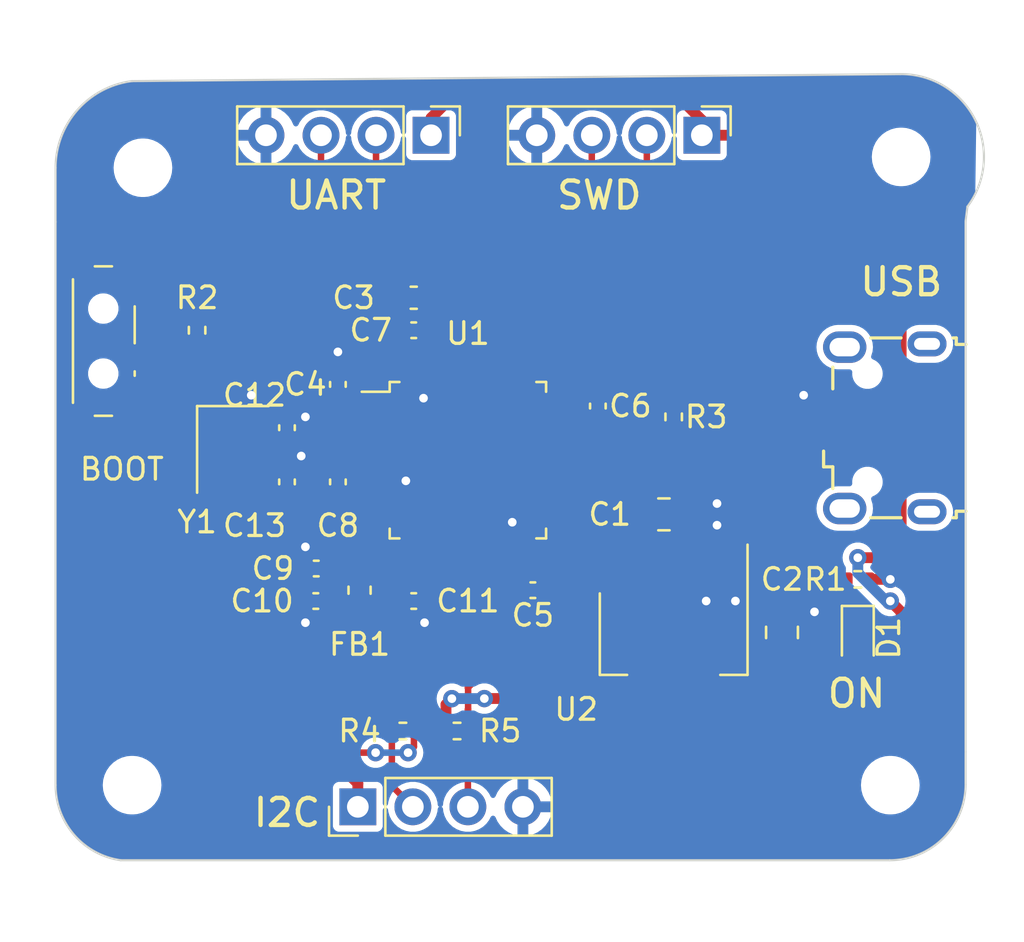
<source format=kicad_pcb>
(kicad_pcb (version 20221018) (generator pcbnew)
  (layers (0 "F.Cu" signal) (31 "B.Cu" power) (34 "B.Paste" user) (35 "F.Paste" user) (36 "B.SilkS" user "B.Silkscreen") (37 "F.SilkS" user "F.Silkscreen") (38 "B.Mask" user) (39 "F.Mask" user) (44 "Edge.Cuts" user))
  (net 0 "")
  (net 1 "VBUS")
  (net 2 "GND")
  (net 3 "+3.3V")
  (net 4 "+3.3VA")
  (net 5 "/NRST")
  (net 6 "/HSE_IN")
  (net 7 "/HSE_OUT")
  (net 8 "/PWR_LED_K")
  (net 9 "/USB_D-")
  (net 10 "/USB_D+")
  (net 13 "/SWDIO")
  (net 14 "/SWCLK")
  (net 15 "/USART1_TX")
  (net 16 "/USART1_RX")
  (net 17 "/I2C2_SCL")
  (net 18 "/I2C2_SDA")
  (net 19 "/SW_BOOT0")
  (net 20 "/BOOT0")
  (footprint "Capacitor_SMD:C_0402_1005Metric" (layer "F.Cu") (at 40.5 79)
    (fp_text reference "C11" (at 2.5 0) (layer "F.SilkS"))
    (fp_text value "100n")
    (fp_line (start -0.107836 -0.36) (end 0.107836 -0.36) (stroke (width 0.12)) (layer "F.SilkS"))
    (fp_line (start -0.107836 0.36) (end 0.107836 0.36) (stroke (width 0.12)) (layer "F.SilkS"))
    (pad "1" smd roundrect (at -0.48 0) (size 0.56 0.62) (layers "F.Cu" "F.Paste" "F.Mask") (net 5 "/NRST"))
    (pad "2" smd roundrect (at 0.48 0) (size 0.56 0.62) (layers "F.Cu" "F.Paste" "F.Mask") (net 2 "GND"))
  )
  (footprint "Capacitor_SMD:C_0402_1005Metric" (layer "F.Cu") (at 35.98 79 180)
    (fp_text reference "C10" (at 2.48 0) (layer "F.SilkS"))
    (fp_text value "1u")
    (fp_line (start -0.107836 -0.36) (end 0.107836 -0.36) (stroke (width 0.12)) (layer "F.SilkS"))
    (fp_line (start -0.107836 0.36) (end 0.107836 0.36) (stroke (width 0.12)) (layer "F.SilkS"))
    (pad "1" smd roundrect (at -0.48 0 180) (size 0.56 0.62) (layers "F.Cu" "F.Paste" "F.Mask") (net 3 "+3.3V"))
    (pad "2" smd roundrect (at 0.48 0 180) (size 0.56 0.62) (layers "F.Cu" "F.Paste" "F.Mask") (net 2 "GND"))
  )
  (footprint "Capacitor_SMD:C_0402_1005Metric" (layer "F.Cu") (at 49 70 -90)
    (fp_text reference "C6" (at 0 -1.5 -180) (layer "F.SilkS"))
    (fp_text value "100n")
    (fp_line (start -0.107836 -0.36) (end 0.107836 -0.36) (stroke (width 0.12)) (layer "F.SilkS"))
    (fp_line (start -0.107836 0.36) (end 0.107836 0.36) (stroke (width 0.12)) (layer "F.SilkS"))
    (pad "1" smd roundrect (at -0.48 0 270) (size 0.56 0.62) (layers "F.Cu" "F.Paste" "F.Mask") (net 3 "+3.3V"))
    (pad "2" smd roundrect (at 0.48 0 270) (size 0.56 0.62) (layers "F.Cu" "F.Paste" "F.Mask") (net 2 "GND"))
  )
  (footprint "Connector_PinHeader_2.54mm:PinHeader_1x04_P2.54mm_Vertical" (layer "F.Cu") (at 41.3 57.5 -90)
    (fp_text reference "J3")
    (fp_text value "Conn_01x04_Pin")
    (fp_line (start -1.33 -1.33) (end 0 -1.33) (stroke (width 0.12)) (layer "F.SilkS"))
    (fp_line (start -1.33 0) (end -1.33 -1.33) (stroke (width 0.12)) (layer "F.SilkS"))
    (fp_line (start -1.33 1.27) (end -1.33 8.95) (stroke (width 0.12)) (layer "F.SilkS"))
    (fp_line (start -1.33 1.27) (end 1.33 1.27) (stroke (width 0.12)) (layer "F.SilkS"))
    (fp_line (start -1.33 8.95) (end 1.33 8.95) (stroke (width 0.12)) (layer "F.SilkS"))
    (fp_line (start 1.33 1.27) (end 1.33 8.95) (stroke (width 0.12)) (layer "F.SilkS"))
    (pad "1" thru_hole rect (at 0 0 270) (size 1.7 1.7) (drill 1) (layers "*.Cu" "*.Mask") (net 3 "+3.3V"))
    (pad "2" thru_hole oval (at 0 2.54 270) (size 1.7 1.7) (drill 1) (layers "*.Cu" "*.Mask") (net 15 "/USART1_TX"))
    (pad "3" thru_hole oval (at 0 5.08 270) (size 1.7 1.7) (drill 1) (layers "*.Cu" "*.Mask") (net 16 "/USART1_RX"))
    (pad "4" thru_hole oval (at 0 7.62 270) (size 1.7 1.7) (drill 1) (layers "*.Cu" "*.Mask") (net 2 "GND"))
  )
  (footprint "Capacitor_SMD:C_0402_1005Metric" (layer "F.Cu") (at 37 69 90)
    (fp_text reference "C4" (at 0 -1.5 180) (layer "F.SilkS"))
    (fp_text value "100n")
    (fp_line (start -0.107836 -0.36) (end 0.107836 -0.36) (stroke (width 0.12)) (layer "F.SilkS"))
    (fp_line (start -0.107836 0.36) (end 0.107836 0.36) (stroke (width 0.12)) (layer "F.SilkS"))
    (pad "1" smd roundrect (at -0.48 0 90) (size 0.56 0.62) (layers "F.Cu" "F.Paste" "F.Mask") (net 3 "+3.3V"))
    (pad "2" smd roundrect (at 0.48 0 90) (size 0.56 0.62) (layers "F.Cu" "F.Paste" "F.Mask") (net 2 "GND"))
  )
  (footprint "Capacitor_SMD:C_0805_2012Metric" (layer "F.Cu") (at 57.5 80.45 90)
    (fp_text reference "C2" (at 2.45 0 180) (layer "F.SilkS"))
    (fp_text value "22u")
    (fp_line (start -0.261252 -0.735) (end 0.261252 -0.735) (stroke (width 0.12)) (layer "F.SilkS"))
    (fp_line (start -0.261252 0.735) (end 0.261252 0.735) (stroke (width 0.12)) (layer "F.SilkS"))
    (pad "1" smd roundrect (at -0.95 0 90) (size 1 1.45) (layers "F.Cu" "F.Paste" "F.Mask") (net 3 "+3.3V"))
    (pad "2" smd roundrect (at 0.95 0 90) (size 1 1.45) (layers "F.Cu" "F.Paste" "F.Mask") (net 2 "GND"))
  )
  (footprint "Button_Switch_SMD:SW_SPDT_PCM12" (layer "F.Cu") (at 26.5 67 -90)
    (fp_text reference "SW1")
    (fp_text value "SW_SPDT")
    (fp_line (start -3.45 -0.07) (end -3.45 0.72) (stroke (width 0.12)) (layer "F.SilkS"))
    (fp_line (start -2.85 1.73) (end 2.85 1.73) (stroke (width 0.12)) (layer "F.SilkS"))
    (fp_line (start -1.6 -1.12) (end 0.1 -1.12) (stroke (width 0.12)) (layer "F.SilkS"))
    (fp_line (start 1.4 -1.12) (end 1.6 -1.12) (stroke (width 0.12)) (layer "F.SilkS"))
    (fp_line (start 3.45 0.72) (end 3.45 -0.07) (stroke (width 0.12)) (layer "F.SilkS"))
    (pad "" smd rect (at -3.65 -0.78 270) (size 1 0.8) (layers "F.Cu" "F.Paste" "F.Mask"))
    (pad "" smd rect (at -3.65 1.43 270) (size 1 0.8) (layers "F.Cu" "F.Paste" "F.Mask"))
    (pad "" np_thru_hole circle (at -1.5 0.33 270) (size 0.9 0.9) (drill 0.9) (layers "*.Cu" "*.Mask"))
    (pad "" np_thru_hole circle (at 1.5 0.33 270) (size 0.9 0.9) (drill 0.9) (layers "*.Cu" "*.Mask"))
    (pad "" smd rect (at 3.65 -0.78 270) (size 1 0.8) (layers "F.Cu" "F.Paste" "F.Mask"))
    (pad "" smd rect (at 3.65 1.43 270) (size 1 0.8) (layers "F.Cu" "F.Paste" "F.Mask"))
    (pad "1" smd rect (at -2.25 -1.43 270) (size 0.7 1.5) (layers "F.Cu" "F.Paste" "F.Mask") (net 2 "GND"))
    (pad "2" smd rect (at 0.75 -1.43 270) (size 0.7 1.5) (layers "F.Cu" "F.Paste" "F.Mask") (net 19 "/SW_BOOT0"))
    (pad "3" smd rect (at 2.25 -1.43 270) (size 0.7 1.5) (layers "F.Cu" "F.Paste" "F.Mask") (net 3 "+3.3V"))
  )
  (footprint "Capacitor_SMD:C_0402_1005Metric" (layer "F.Cu") (at 46 78.5 180)
    (fp_text reference "C5" (at 0 -1.16) (layer "F.SilkS"))
    (fp_text value "100n")
    (fp_line (start -0.107836 -0.36) (end 0.107836 -0.36) (stroke (width 0.12)) (layer "F.SilkS"))
    (fp_line (start -0.107836 0.36) (end 0.107836 0.36) (stroke (width 0.12)) (layer "F.SilkS"))
    (pad "1" smd roundrect (at -0.48 0 180) (size 0.56 0.62) (layers "F.Cu" "F.Paste" "F.Mask") (net 3 "+3.3V"))
    (pad "2" smd roundrect (at 0.48 0 180) (size 0.56 0.62) (layers "F.Cu" "F.Paste" "F.Mask") (net 2 "GND"))
  )
  (footprint "Capacitor_SMD:C_0603_1608Metric" (layer "F.Cu") (at 40.5 65)
    (fp_text reference "C3" (at -2.775 0) (layer "F.SilkS"))
    (fp_text value "10u")
    (fp_line (start -0.14058 -0.51) (end 0.14058 -0.51) (stroke (width 0.12)) (layer "F.SilkS"))
    (fp_line (start -0.14058 0.51) (end 0.14058 0.51) (stroke (width 0.12)) (layer "F.SilkS"))
    (pad "1" smd roundrect (at -0.775 0) (size 0.9 0.95) (layers "F.Cu" "F.Paste" "F.Mask") (net 3 "+3.3V"))
    (pad "2" smd roundrect (at 0.775 0) (size 0.9 0.95) (layers "F.Cu" "F.Paste" "F.Mask") (net 2 "GND"))
  )
  (footprint "Connector_USB:USB_Micro-B_Wuerth_629105150521" (layer "F.Cu") (at 62.245 71.005 90)
    (fp_text reference "J1")
    (fp_text value "USB_B_Micro")
    (fp_line (start -4.15 -0.65) (end -4.15 0.75) (stroke (width 0.15)) (layer "F.SilkS"))
    (fp_line (start -4.15 3.15) (end -4.15 3.3) (stroke (width 0.15)) (layer "F.SilkS"))
    (fp_line (start -4.15 3.3) (end -3.85 3.3) (stroke (width 0.15)) (layer "F.SilkS"))
    (fp_line (start -3.85 3.3) (end -3.85 3.75) (stroke (width 0.15)) (layer "F.SilkS"))
    (fp_line (start -1.8 -2.825) (end -1.8 -2.4) (stroke (width 0.15)) (layer "F.SilkS"))
    (fp_line (start -1.8 -2.4) (end -2.8 -2.4) (stroke (width 0.15)) (layer "F.SilkS"))
    (fp_line (start -1.075 -2.825) (end -1.8 -2.825) (stroke (width 0.15)) (layer "F.SilkS"))
    (fp_line (start 1.8 -2.4) (end 2.8 -2.4) (stroke (width 0.15)) (layer "F.SilkS"))
    (fp_line (start 3.85 3.3) (end 4.15 3.3) (stroke (width 0.15)) (layer "F.SilkS"))
    (fp_line (start 3.85 3.75) (end 3.85 3.3) (stroke (width 0.15)) (layer "F.SilkS"))
    (fp_line (start 4.15 0.75) (end 4.15 -0.65) (stroke (width 0.15)) (layer "F.SilkS"))
    (fp_line (start 4.15 3.3) (end 4.15 3.15) (stroke (width 0.15)) (layer "F.SilkS"))
    (pad "" np_thru_hole oval (at -2.5 -0.8 90) (size 0.8 0.8) (drill 0.8) (layers "*.Cu" "*.Mask"))
    (pad "" np_thru_hole oval (at 2.5 -0.8 90) (size 0.8 0.8) (drill 0.8) (layers "*.Cu" "*.Mask"))
    (pad "1" smd rect (at -1.3 -1.9 90) (size 0.45 1.3) (layers "F.Cu" "F.Paste" "F.Mask") (net 1 "VBUS"))
    (pad "2" smd rect (at -0.65 -1.9 90) (size 0.45 1.3) (layers "F.Cu" "F.Paste" "F.Mask") (net 9 "/USB_D-"))
    (pad "3" smd rect (at 0 -1.9 90) (size 0.45 1.3) (layers "F.Cu" "F.Paste" "F.Mask") (net 10 "/USB_D+"))
    (pad "4" smd rect (at 0.65 -1.9 90) (size 0.45 1.3) (layers "F.Cu" "F.Paste" "F.Mask"))
    (pad "5" smd rect (at 1.3 -1.9 90) (size 0.45 1.3) (layers "F.Cu" "F.Paste" "F.Mask") (net 2 "GND"))
    (pad "6" thru_hole oval (at -3.875 1.95 90) (size 1.15 1.8) (drill oval 0.55 1.2) (layers "*.Cu" "*.Mask"))
    (pad "6" thru_hole oval (at -3.725 -1.85 90) (size 1.45 2) (drill oval 0.85 1.4) (layers "*.Cu" "*.Mask"))
    (pad "6" thru_hole oval (at 3.725 -1.85 90) (size 1.45 2) (drill oval 0.85 1.4) (layers "*.Cu" "*.Mask"))
    (pad "6" thru_hole oval (at 3.875 1.95 90) (size 1.15 1.8) (drill oval 0.55 1.2) (layers "*.Cu" "*.Mask"))
  )
  (footprint "Resistor_SMD:R_0402_1005Metric" (layer "F.Cu") (at 30.5 66.5 90)
    (fp_text reference "R2" (at 1.5 0 180) (layer "F.SilkS"))
    (fp_text value "10k")
    (fp_line (start -0.153641 -0.38) (end 0.153641 -0.38) (stroke (width 0.12)) (layer "F.SilkS"))
    (fp_line (start -0.153641 0.38) (end 0.153641 0.38) (stroke (width 0.12)) (layer "F.SilkS"))
    (pad "1" smd roundrect (at -0.51 0 90) (size 0.54 0.64) (layers "F.Cu" "F.Paste" "F.Mask") (net 19 "/SW_BOOT0"))
    (pad "2" smd roundrect (at 0.51 0 90) (size 0.54 0.64) (layers "F.Cu" "F.Paste" "F.Mask") (net 20 "/BOOT0"))
  )
  (footprint "Capacitor_SMD:C_0402_1005Metric" (layer "F.Cu") (at 34.65 71 90)
    (fp_text reference "C12" (at 1.5 -1.5) (layer "F.SilkS"))
    (fp_text value "10p")
    (fp_line (start -0.107836 -0.36) (end 0.107836 -0.36) (stroke (width 0.12)) (layer "F.SilkS"))
    (fp_line (start -0.107836 0.36) (end 0.107836 0.36) (stroke (width 0.12)) (layer "F.SilkS"))
    (pad "1" smd roundrect (at -0.48 0 90) (size 0.56 0.62) (layers "F.Cu" "F.Paste" "F.Mask") (net 6 "/HSE_IN"))
    (pad "2" smd roundrect (at 0.48 0 90) (size 0.56 0.62) (layers "F.Cu" "F.Paste" "F.Mask") (net 2 "GND"))
  )
  (footprint "LED_SMD:LED_0603_1608Metric" (layer "F.Cu") (at 61 80.7125 -90)
    (fp_text reference "D1" (at 0 -1.43 90) (layer "F.SilkS"))
    (fp_text value "Red")
    (fp_line (start -1.485 -0.735) (end -1.485 0.735) (stroke (width 0.12)) (layer "F.SilkS"))
    (fp_line (start -1.485 0.735) (end 0.8 0.735) (stroke (width 0.12)) (layer "F.SilkS"))
    (fp_line (start 0.8 -0.735) (end -1.485 -0.735) (stroke (width 0.12)) (layer "F.SilkS"))
    (pad "1" smd roundrect (at -0.7875 0 270) (size 0.875 0.95) (layers "F.Cu" "F.Paste" "F.Mask") (net 8 "/PWR_LED_K"))
    (pad "2" smd roundrect (at 0.7875 0 270) (size 0.875 0.95) (layers "F.Cu" "F.Paste" "F.Mask") (net 3 "+3.3V"))
  )
  (footprint "Inductor_SMD:L_0603_1608Metric" (layer "F.Cu") (at 38 78.5 90)
    (fp_text reference "FB1" (at -2.5 0 180) (layer "F.SilkS"))
    (fp_text value "FerriteBead")
    (fp_line (start -0.162779 -0.51) (end 0.162779 -0.51) (stroke (width 0.12)) (layer "F.SilkS"))
    (fp_line (start -0.162779 0.51) (end 0.162779 0.51) (stroke (width 0.12)) (layer "F.SilkS"))
    (pad "1" smd roundrect (at -0.7875 0 90) (size 0.875 0.95) (layers "F.Cu" "F.Paste" "F.Mask") (net 3 "+3.3V"))
    (pad "2" smd roundrect (at 0.7875 0 90) (size 0.875 0.95) (layers "F.Cu" "F.Paste" "F.Mask") (net 4 "+3.3VA"))
  )
  (footprint "Package_QFP:LQFP-48_7x7mm_P0.5mm" (layer "F.Cu") (at 43 72.5)
    (fp_text reference "U1" (at 0 -5.85) (layer "F.SilkS"))
    (fp_text value "STM32F103C8Tx")
    (fp_line (start -3.61 -3.61) (end -3.61 -3.16) (stroke (width 0.12)) (layer "F.SilkS"))
    (fp_line (start -3.61 -3.16) (end -4.9 -3.16) (stroke (width 0.12)) (layer "F.SilkS"))
    (fp_line (start -3.61 3.61) (end -3.61 3.16) (stroke (width 0.12)) (layer "F.SilkS"))
    (fp_line (start -3.16 -3.61) (end -3.61 -3.61) (stroke (width 0.12)) (layer "F.SilkS"))
    (fp_line (start -3.16 3.61) (end -3.61 3.61) (stroke (width 0.12)) (layer "F.SilkS"))
    (fp_line (start 3.16 -3.61) (end 3.61 -3.61) (stroke (width 0.12)) (layer "F.SilkS"))
    (fp_line (start 3.16 3.61) (end 3.61 3.61) (stroke (width 0.12)) (layer "F.SilkS"))
    (fp_line (start 3.61 -3.61) (end 3.61 -3.16) (stroke (width 0.12)) (layer "F.SilkS"))
    (fp_line (start 3.61 3.61) (end 3.61 3.16) (stroke (width 0.12)) (layer "F.SilkS"))
    (pad "1" smd roundrect (at -4.1625 -2.75) (size 1.475 0.3) (layers "F.Cu" "F.Paste" "F.Mask") (net 3 "+3.3V"))
    (pad "2" smd roundrect (at -4.1625 -2.25) (size 1.475 0.3) (layers "F.Cu" "F.Paste" "F.Mask"))
    (pad "3" smd roundrect (at -4.1625 -1.75) (size 1.475 0.3) (layers "F.Cu" "F.Paste" "F.Mask"))
    (pad "4" smd roundrect (at -4.1625 -1.25) (size 1.475 0.3) (layers "F.Cu" "F.Paste" "F.Mask"))
    (pad "5" smd roundrect (at -4.1625 -0.75) (size 1.475 0.3) (layers "F.Cu" "F.Paste" "F.Mask") (net 6 "/HSE_IN"))
    (pad "6" smd roundrect (at -4.1625 -0.25) (size 1.475 0.3) (layers "F.Cu" "F.Paste" "F.Mask") (net 7 "/HSE_OUT"))
    (pad "7" smd roundrect (at -4.1625 0.25) (size 1.475 0.3) (layers "F.Cu" "F.Paste" "F.Mask") (net 5 "/NRST"))
    (pad "8" smd roundrect (at -4.1625 0.75) (size 1.475 0.3) (layers "F.Cu" "F.Paste" "F.Mask") (net 2 "GND"))
    (pad "9" smd roundrect (at -4.1625 1.25) (size 1.475 0.3) (layers "F.Cu" "F.Paste" "F.Mask") (net 4 "+3.3VA"))
    (pad "10" smd roundrect (at -4.1625 1.75) (size 1.475 0.3) (layers "F.Cu" "F.Paste" "F.Mask"))
    (pad "11" smd roundrect (at -4.1625 2.25) (size 1.475 0.3) (layers "F.Cu" "F.Paste" "F.Mask"))
    (pad "12" smd roundrect (at -4.1625 2.75) (size 1.475 0.3) (layers "F.Cu" "F.Paste" "F.Mask"))
    (pad "13" smd roundrect (at -2.75 4.1625) (size 0.3 1.475) (layers "F.Cu" "F.Paste" "F.Mask"))
    (pad "14" smd roundrect (at -2.25 4.1625) (size 0.3 1.475) (layers "F.Cu" "F.Paste" "F.Mask"))
    (pad "15" smd roundrect (at -1.75 4.1625) (size 0.3 1.475) (layers "F.Cu" "F.Paste" "F.Mask"))
    (pad "16" smd roundrect (at -1.25 4.1625) (size 0.3 1.475) (layers "F.Cu" "F.Paste" "F.Mask"))
    (pad "17" smd roundrect (at -0.75 4.1625) (size 0.3 1.475) (layers "F.Cu" "F.Paste" "F.Mask"))
    (pad "18" smd roundrect (at -0.25 4.1625) (size 0.3 1.475) (layers "F.Cu" "F.Paste" "F.Mask"))
    (pad "19" smd roundrect (at 0.25 4.1625) (size 0.3 1.475) (layers "F.Cu" "F.Paste" "F.Mask"))
    (pad "20" smd roundrect (at 0.75 4.1625) (size 0.3 1.475) (layers "F.Cu" "F.Paste" "F.Mask"))
    (pad "21" smd roundrect (at 1.25 4.1625) (size 0.3 1.475) (layers "F.Cu" "F.Paste" "F.Mask") (net 17 "/I2C2_SCL"))
    (pad "22" smd roundrect (at 1.75 4.1625) (size 0.3 1.475) (layers "F.Cu" "F.Paste" "F.Mask") (net 18 "/I2C2_SDA"))
    (pad "23" smd roundrect (at 2.25 4.1625) (size 0.3 1.475) (layers "F.Cu" "F.Paste" "F.Mask") (net 2 "GND"))
    (pad "24" smd roundrect (at 2.75 4.1625) (size 0.3 1.475) (layers "F.Cu" "F.Paste" "F.Mask") (net 3 "+3.3V"))
    (pad "25" smd roundrect (at 4.1625 2.75) (size 1.475 0.3) (layers "F.Cu" "F.Paste" "F.Mask"))
    (pad "26" smd roundrect (at 4.1625 2.25) (size 1.475 0.3) (layers "F.Cu" "F.Paste" "F.Mask"))
    (pad "27" smd roundrect (at 4.1625 1.75) (size 1.475 0.3) (layers "F.Cu" "F.Paste" "F.Mask"))
    (pad "28" smd roundrect (at 4.1625 1.25) (size 1.475 0.3) (layers "F.Cu" "F.Paste" "F.Mask"))
    (pad "29" smd roundrect (at 4.1625 0.75) (size 1.475 0.3) (layers "F.Cu" "F.Paste" "F.Mask"))
    (pad "30" smd roundrect (at 4.1625 0.25) (size 1.475 0.3) (layers "F.Cu" "F.Paste" "F.Mask"))
    (pad "31" smd roundrect (at 4.1625 -0.25) (size 1.475 0.3) (layers "F.Cu" "F.Paste" "F.Mask"))
    (pad "32" smd roundrect (at 4.1625 -0.75) (size 1.475 0.3) (layers "F.Cu" "F.Paste" "F.Mask") (net 9 "/USB_D-"))
    (pad "33" smd roundrect (at 4.1625 -1.25) (size 1.475 0.3) (layers "F.Cu" "F.Paste" "F.Mask") (net 10 "/USB_D+"))
    (pad "34" smd roundrect (at 4.1625 -1.75) (size 1.475 0.3) (layers "F.Cu" "F.Paste" "F.Mask") (net 13 "/SWDIO"))
    (pad "35" smd roundrect (at 4.1625 -2.25) (size 1.475 0.3) (layers "F.Cu" "F.Paste" "F.Mask") (net 2 "GND"))
    (pad "36" smd roundrect (at 4.1625 -2.75) (size 1.475 0.3) (layers "F.Cu" "F.Paste" "F.Mask") (net 3 "+3.3V"))
    (pad "37" smd roundrect (at 2.75 -4.1625) (size 0.3 1.475) (layers "F.Cu" "F.Paste" "F.Mask") (net 14 "/SWCLK"))
    (pad "38" smd roundrect (at 2.25 -4.1625) (size 0.3 1.475) (layers "F.Cu" "F.Paste" "F.Mask"))
    (pad "39" smd roundrect (at 1.75 -4.1625) (size 0.3 1.475) (layers "F.Cu" "F.Paste" "F.Mask"))
    (pad "40" smd roundrect (at 1.25 -4.1625) (size 0.3 1.475) (layers "F.Cu" "F.Paste" "F.Mask"))
    (pad "41" smd roundrect (at 0.75 -4.1625) (size 0.3 1.475) (layers "F.Cu" "F.Paste" "F.Mask"))
    (pad "42" smd roundrect (at 0.25 -4.1625) (size 0.3 1.475) (layers "F.Cu" "F.Paste" "F.Mask") (net 15 "/USART1_TX"))
    (pad "43" smd roundrect (at -0.25 -4.1625) (size 0.3 1.475) (layers "F.Cu" "F.Paste" "F.Mask") (net 16 "/USART1_RX"))
    (pad "44" smd roundrect (at -0.75 -4.1625) (size 0.3 1.475) (layers "F.Cu" "F.Paste" "F.Mask") (net 20 "/BOOT0"))
    (pad "45" smd roundrect (at -1.25 -4.1625) (size 0.3 1.475) (layers "F.Cu" "F.Paste" "F.Mask"))
    (pad "46" smd roundrect (at -1.75 -4.1625) (size 0.3 1.475) (layers "F.Cu" "F.Paste" "F.Mask"))
    (pad "47" smd roundrect (at -2.25 -4.1625) (size 0.3 1.475) (layers "F.Cu" "F.Paste" "F.Mask") (net 2 "GND"))
    (pad "48" smd roundrect (at -2.75 -4.1625) (size 0.3 1.475) (layers "F.Cu" "F.Paste" "F.Mask") (net 3 "+3.3V"))
  )
  (footprint "Resistor_SMD:R_0402_1005Metric" (layer "F.Cu") (at 40 85 180)
    (fp_text reference "R4" (at 2 0) (layer "F.SilkS"))
    (fp_text value "1K5")
    (fp_line (start -0.153641 -0.38) (end 0.153641 -0.38) (stroke (width 0.12)) (layer "F.SilkS"))
    (fp_line (start -0.153641 0.38) (end 0.153641 0.38) (stroke (width 0.12)) (layer "F.SilkS"))
    (pad "1" smd roundrect (at -0.51 0 180) (size 0.54 0.64) (layers "F.Cu" "F.Paste" "F.Mask") (net 3 "+3.3V"))
    (pad "2" smd roundrect (at 0.51 0 180) (size 0.54 0.64) (layers "F.Cu" "F.Paste" "F.Mask") (net 17 "/I2C2_SCL"))
  )
  (footprint "Package_TO_SOT_SMD:SOT-223-3_TabPin2" (layer "F.Cu") (at 52.5 80.5 -90)
    (fp_text reference "U2" (at 3.5 4.5 -180) (layer "F.SilkS"))
    (fp_text value "AMS1117-3.3")
    (fp_line (start -4.1 -3.41) (end 1.91 -3.41) (stroke (width 0.12)) (layer "F.SilkS"))
    (fp_line (start -1.85 3.41) (end 1.91 3.41) (stroke (width 0.12)) (layer "F.SilkS"))
    (fp_line (start 1.91 -3.41) (end 1.91 -2.15) (stroke (width 0.12)) (layer "F.SilkS"))
    (fp_line (start 1.91 3.41) (end 1.91 2.15) (stroke (width 0.12)) (layer "F.SilkS"))
    (pad "1" smd rect (at -3.15 -2.3 270) (size 2 1.5) (layers "F.Cu" "F.Paste" "F.Mask") (net 2 "GND"))
    (pad "2" smd rect (at -3.15 0 270) (size 2 1.5) (layers "F.Cu" "F.Paste" "F.Mask") (net 3 "+3.3V"))
    (pad "2" smd rect (at 3.15 0 270) (size 2 3.8) (layers "F.Cu" "F.Paste" "F.Mask") (net 3 "+3.3V"))
    (pad "3" smd rect (at -3.15 2.3 270) (size 2 1.5) (layers "F.Cu" "F.Paste" "F.Mask") (net 1 "VBUS"))
  )
  (footprint "Resistor_SMD:R_0402_1005Metric" (layer "F.Cu") (at 61 78)
    (fp_text reference "R1" (at -1.5 0 180) (layer "F.SilkS"))
    (fp_text value "1K5")
    (fp_line (start -0.153641 -0.38) (end 0.153641 -0.38) (stroke (width 0.12)) (layer "F.SilkS"))
    (fp_line (start -0.153641 0.38) (end 0.153641 0.38) (stroke (width 0.12)) (layer "F.SilkS"))
    (pad "1" smd roundrect (at -0.51 0) (size 0.54 0.64) (layers "F.Cu" "F.Paste" "F.Mask") (net 8 "/PWR_LED_K"))
    (pad "2" smd roundrect (at 0.51 0) (size 0.54 0.64) (layers "F.Cu" "F.Paste" "F.Mask") (net 2 "GND"))
  )
  (footprint "Capacitor_SMD:C_0402_1005Metric" (layer "F.Cu") (at 37 73.5 90)
    (fp_text reference "C8" (at -2.02 0 180) (layer "F.SilkS"))
    (fp_text value "10n")
    (fp_line (start -0.107836 -0.36) (end 0.107836 -0.36) (stroke (width 0.12)) (layer "F.SilkS"))
    (fp_line (start -0.107836 0.36) (end 0.107836 0.36) (stroke (width 0.12)) (layer "F.SilkS"))
    (pad "1" smd roundrect (at -0.48 0 90) (size 0.56 0.62) (layers "F.Cu" "F.Paste" "F.Mask") (net 4 "+3.3VA"))
    (pad "2" smd roundrect (at 0.48 0 90) (size 0.56 0.62) (layers "F.Cu" "F.Paste" "F.Mask") (net 2 "GND"))
  )
  (footprint "Connector_PinHeader_2.54mm:PinHeader_1x04_P2.54mm_Vertical" (layer "F.Cu") (at 53.8 57.5 -90)
    (fp_text reference "J2")
    (fp_text value "Conn_01x04_Pin")
    (fp_line (start -1.33 -1.33) (end 0 -1.33) (stroke (width 0.12)) (layer "F.SilkS"))
    (fp_line (start -1.33 0) (end -1.33 -1.33) (stroke (width 0.12)) (layer "F.SilkS"))
    (fp_line (start -1.33 1.27) (end -1.33 8.95) (stroke (width 0.12)) (layer "F.SilkS"))
    (fp_line (start -1.33 1.27) (end 1.33 1.27) (stroke (width 0.12)) (layer "F.SilkS"))
    (fp_line (start -1.33 8.95) (end 1.33 8.95) (stroke (width 0.12)) (layer "F.SilkS"))
    (fp_line (start 1.33 1.27) (end 1.33 8.95) (stroke (width 0.12)) (layer "F.SilkS"))
    (pad "1" thru_hole rect (at 0 0 270) (size 1.7 1.7) (drill 1) (layers "*.Cu" "*.Mask") (net 3 "+3.3V"))
    (pad "2" thru_hole oval (at 0 2.54 270) (size 1.7 1.7) (drill 1) (layers "*.Cu" "*.Mask") (net 13 "/SWDIO"))
    (pad "3" thru_hole oval (at 0 5.08 270) (size 1.7 1.7) (drill 1) (layers "*.Cu" "*.Mask") (net 14 "/SWCLK"))
    (pad "4" thru_hole oval (at 0 7.62 270) (size 1.7 1.7) (drill 1) (layers "*.Cu" "*.Mask") (net 2 "GND"))
  )
  (footprint "Crystal:Crystal_SMD_3225-4Pin_3.2x2.5mm" (layer "F.Cu") (at 32.15 72 -90)
    (fp_text reference "Y1" (at 3.35 1.65 -180) (layer "F.SilkS"))
    (fp_text value "16Mhz")
    (fp_line (start -2 -1.65) (end -2 1.65) (stroke (width 0.12)) (layer "F.SilkS"))
    (fp_line (start -2 1.65) (end 2 1.65) (stroke (width 0.12)) (layer "F.SilkS"))
    (pad "1" smd rect (at -1.1 0.85 270) (size 1.4 1.2) (layers "F.Cu" "F.Paste" "F.Mask") (net 6 "/HSE_IN"))
    (pad "2" smd rect (at 1.1 0.85 270) (size 1.4 1.2) (layers "F.Cu" "F.Paste" "F.Mask") (net 2 "GND"))
    (pad "3" smd rect (at 1.1 -0.85 270) (size 1.4 1.2) (layers "F.Cu" "F.Paste" "F.Mask") (net 7 "/HSE_OUT"))
    (pad "4" smd rect (at -1.1 -0.85 270) (size 1.4 1.2) (layers "F.Cu" "F.Paste" "F.Mask") (net 2 "GND"))
  )
  (footprint "MountingHole:MountingHole_2.2mm_M2" (layer "F.Cu") (at 27.5 87.5)
    (fp_text reference "H3")
    (fp_text value "MountingHole")
    (pad "" np_thru_hole circle (at 0 0) (size 2.2 2.2) (drill 2.2) (layers "*.Cu" "*.Mask"))
  )
  (footprint "Resistor_SMD:R_0402_1005Metric" (layer "F.Cu") (at 52.5 70.5 -90)
    (fp_text reference "R3" (at 0 -1.5 -180) (layer "F.SilkS"))
    (fp_text value "1K5")
    (fp_line (start -0.153641 -0.38) (end 0.153641 -0.38) (stroke (width 0.12)) (layer "F.SilkS"))
    (fp_line (start -0.153641 0.38) (end 0.153641 0.38) (stroke (width 0.12)) (layer "F.SilkS"))
    (pad "1" smd roundrect (at -0.51 0 270) (size 0.54 0.64) (layers "F.Cu" "F.Paste" "F.Mask") (net 3 "+3.3V"))
    (pad "2" smd roundrect (at 0.51 0 270) (size 0.54 0.64) (layers "F.Cu" "F.Paste" "F.Mask") (net 10 "/USB_D+"))
  )
  (footprint "Resistor_SMD:R_0402_1005Metric" (layer "F.Cu") (at 42.5 85)
    (fp_text reference "R5" (at 1.99 0) (layer "F.SilkS"))
    (fp_text value "1K5")
    (fp_line (start -0.153641 -0.38) (end 0.153641 -0.38) (stroke (width 0.12)) (layer "F.SilkS"))
    (fp_line (start -0.153641 0.38) (end 0.153641 0.38) (stroke (width 0.12)) (layer "F.SilkS"))
    (pad "1" smd roundrect (at -0.51 0) (size 0.54 0.64) (layers "F.Cu" "F.Paste" "F.Mask") (net 3 "+3.3V"))
    (pad "2" smd roundrect (at 0.51 0) (size 0.54 0.64) (layers "F.Cu" "F.Paste" "F.Mask") (net 18 "/I2C2_SDA"))
  )
  (footprint "Capacitor_SMD:C_0402_1005Metric" (layer "F.Cu") (at 36 77.5 180)
    (fp_text reference "C9" (at 2 0) (layer "F.SilkS"))
    (fp_text value "1u")
    (fp_line (start -0.107836 -0.36) (end 0.107836 -0.36) (stroke (width 0.12)) (layer "F.SilkS"))
    (fp_line (start -0.107836 0.36) (end 0.107836 0.36) (stroke (width 0.12)) (layer "F.SilkS"))
    (pad "1" smd roundrect (at -0.48 0 180) (size 0.56 0.62) (layers "F.Cu" "F.Paste" "F.Mask") (net 4 "+3.3VA"))
    (pad "2" smd roundrect (at 0.48 0 180) (size 0.56 0.62) (layers "F.Cu" "F.Paste" "F.Mask") (net 2 "GND"))
  )
  (footprint "Capacitor_SMD:C_0402_1005Metric" (layer "F.Cu") (at 40.5 66.5)
    (fp_text reference "C7" (at -1.98 0) (layer "F.SilkS"))
    (fp_text value "100n")
    (fp_line (start -0.107836 -0.36) (end 0.107836 -0.36) (stroke (width 0.12)) (layer "F.SilkS"))
    (fp_line (start -0.107836 0.36) (end 0.107836 0.36) (stroke (width 0.12)) (layer "F.SilkS"))
    (pad "1" smd roundrect (at -0.48 0) (size 0.56 0.62) (layers "F.Cu" "F.Paste" "F.Mask") (net 3 "+3.3V"))
    (pad "2" smd roundrect (at 0.48 0) (size 0.56 0.62) (layers "F.Cu" "F.Paste" "F.Mask") (net 2 "GND"))
  )
  (footprint "Connector_PinHeader_2.54mm:PinHeader_1x04_P2.54mm_Vertical" (layer "F.Cu") (at 37.92 88.5 90)
    (fp_text reference "J4")
    (fp_text value "Conn_01x04_Pin")
    (fp_line (start -1.33 -1.33) (end 0 -1.33) (stroke (width 0.12)) (layer "F.SilkS"))
    (fp_line (start -1.33 0) (end -1.33 -1.33) (stroke (width 0.12)) (layer "F.SilkS"))
    (fp_line (start -1.33 1.27) (end -1.33 8.95) (stroke (width 0.12)) (layer "F.SilkS"))
    (fp_line (start -1.33 1.27) (end 1.33 1.27) (stroke (width 0.12)) (layer "F.SilkS"))
    (fp_line (start -1.33 8.95) (end 1.33 8.95) (stroke (width 0.12)) (layer "F.SilkS"))
    (fp_line (start 1.33 1.27) (end 1.33 8.95) (stroke (width 0.12)) (layer "F.SilkS"))
    (pad "1" thru_hole rect (at 0 0 90) (size 1.7 1.7) (drill 1) (layers "*.Cu" "*.Mask") (net 3 "+3.3V"))
    (pad "2" thru_hole oval (at 0 2.54 90) (size 1.7 1.7) (drill 1) (layers "*.Cu" "*.Mask") (net 17 "/I2C2_SCL"))
    (pad "3" thru_hole oval (at 0 5.08 90) (size 1.7 1.7) (drill 1) (layers "*.Cu" "*.Mask") (net 18 "/I2C2_SDA"))
    (pad "4" thru_hole oval (at 0 7.62 90) (size 1.7 1.7) (drill 1) (layers "*.Cu" "*.Mask") (net 2 "GND"))
  )
  (footprint "Capacitor_SMD:C_0402_1005Metric" (layer "F.Cu") (at 34.65 73.5 90)
    (fp_text reference "C13" (at -2.02 -1.5 180) (layer "F.SilkS"))
    (fp_text value "10p")
    (fp_line (start -0.107836 -0.36) (end 0.107836 -0.36) (stroke (width 0.12)) (layer "F.SilkS"))
    (fp_line (start -0.107836 0.36) (end 0.107836 0.36) (stroke (width 0.12)) (layer "F.SilkS"))
    (pad "1" smd roundrect (at -0.48 0 90) (size 0.56 0.62) (layers "F.Cu" "F.Paste" "F.Mask") (net 7 "/HSE_OUT"))
    (pad "2" smd roundrect (at 0.48 0 90) (size 0.56 0.62) (layers "F.Cu" "F.Paste" "F.Mask") (net 2 "GND"))
  )
  (footprint "MountingHole:MountingHole_2.2mm_M2" (layer "F.Cu") (at 62.5 87.5)
    (fp_text reference "H2")
    (fp_text value "MountingHole")
    (pad "" np_thru_hole circle (at 0 0) (size 2.2 2.2) (drill 2.2) (layers "*.Cu" "*.Mask"))
  )
  (footprint "MountingHole:MountingHole_2.2mm_M2" (layer "F.Cu") (at 63 58.5)
    (fp_text reference "H1")
    (fp_text value "MountingHole")
    (pad "" np_thru_hole circle (at 0 0) (size 2.2 2.2) (drill 2.2) (layers "*.Cu" "*.Mask"))
  )
  (footprint "Capacitor_SMD:C_0805_2012Metric" (layer "F.Cu") (at 52.05 75)
    (fp_text reference "C1" (at -2.5 0) (layer "F.SilkS"))
    (fp_text value "22u")
    (fp_line (start -0.261252 -0.735) (end 0.261252 -0.735) (stroke (width 0.12)) (layer "F.SilkS"))
    (fp_line (start -0.261252 0.735) (end 0.261252 0.735) (stroke (width 0.12)) (layer "F.SilkS"))
    (pad "1" smd roundrect (at -0.95 0) (size 1 1.45) (layers "F.Cu" "F.Paste" "F.Mask") (net 1 "VBUS"))
    (pad "2" smd roundrect (at 0.95 0) (size 1 1.45) (layers "F.Cu" "F.Paste" "F.Mask") (net 2 "GND"))
  )
  (footprint "MountingHole:MountingHole_2.2mm_M2" (layer "F.Cu") (at 28 59)
    (fp_text reference "H4")
    (fp_text value "MountingHole")
    (pad "" np_thru_hole circle (at 0 0) (size 2.2 2.2) (drill 2.2) (layers "*.Cu" "*.Mask"))
  )
  (gr_line (start 23.968872 61.5) (end 23.968872 59) (stroke (width 0.1)) (layer "Edge.Cuts"))
  (gr_line (start 65.973897 61.464823) (end 66.058287 60.793715) (stroke (width 0.1)) (layer "Edge.Cuts"))
  (gr_arc (start 62.953916 54.677419) (mid 66.408902 56.769787) (end 66.058287 60.793715) (stroke (width 0.1)) (layer "Edge.Cuts"))
  (gr_line (start 65.973897 85.964823) (end 65.973897 87.464823) (stroke (width 0.1)) (layer "Edge.Cuts"))
  (gr_line (start 23.968872 87.5) (end 23.968872 61.5) (stroke (width 0.1)) (layer "Edge.Cuts"))
  (gr_line (start 62.473897 90.964823) (end 26.973897 90.964823) (stroke (width 0.1)) (layer "Edge.Cuts"))
  (gr_arc (start 23.968872 59) (mid 24.977951 56.332189) (end 27.5 55.000001) (stroke (width 0.1)) (layer "Edge.Cuts"))
  (gr_arc (start 65.973897 87.464823) (mid 64.948771 89.939697) (end 62.473897 90.964823) (stroke (width 0.1)) (layer "Edge.Cuts"))
  (gr_arc (start 26.973897 90.964823) (mid 24.824783 89.793206) (end 23.968872 87.5) (stroke (width 0.1)) (layer "Edge.Cuts"))
  (gr_line (start 27.5 55) (end 62.953916 54.677418) (stroke (width 0.1)) (layer "Edge.Cuts"))
  (gr_line (start 65.973897 61.464823) (end 65.973897 85.964823) (stroke (width 0.1)) (layer "Edge.Cuts"))
  (gr_text "BOOT" (at 25 73.5) (layer "F.SilkS") (effects (font (size 1 1)) (justify left bottom)))
  (gr_text "ON" (at 59.5 84) (layer "F.SilkS") (effects (font (size 1.25 1.25) (thickness 0.2)) (justify left bottom)))
  (gr_text "I2C" (at 33 89.5) (layer "F.SilkS") (effects (font (size 1.25 1.25) (thickness 0.2)) (justify left bottom)))
  (gr_text "UART" (at 34.5 61) (layer "F.SilkS") (effects (font (size 1.25 1.25) (thickness 0.2)) (justify left bottom)))
  (gr_text "SWD" (at 47 61) (layer "F.SilkS") (effects (font (size 1.25 1.25) (thickness 0.2)) (justify left bottom)))
  (gr_text "USB" (at 61 65) (layer "F.SilkS") (effects (font (size 1.25 1.25) (thickness 0.2)) (justify left bottom)))
  (segment (start 40.75 68.3375) (end 40.75 67.25) (width 0.3) (layer "F.Cu") (net 2))
  (segment (start 45.25 78.29) (end 45.46 78.5) (width 0.3) (layer "F.Cu") (net 2))
  (segment (start 40.98 79) (end 40.98 79.98) (width 0.5) (layer "F.Cu") (net 2))
  (segment (start 37.48 73.02) (end 37 73.02) (width 0.3) (layer "F.Cu") (net 2))
  (segment (start 40.75 69.434455) (end 40.952178 69.636633) (width 0.3) (layer "F.Cu") (net 2))
  (segment (start 34.65 73.02) (end 34.65 72.96301) (width 0.5) (layer "F.Cu") (net 2))
  (segment (start 41.275 65.225) (end 40.98 65.52) (width 0.5) (layer "F.Cu") (net 2))
  (segment (start 37.5 73) (end 37.48 73.02) (width 0.3) (layer "F.Cu") (net 2))
  (segment (start 40.98 79.98) (end 41 80) (width 0.5) (layer "F.Cu") (net 2))
  (segment (start 45.25 75.565545) (end 45.047822 75.363367) (width 0.3) (layer "F.Cu") (net 2))
  (segment (start 41 67) (end 40.98 66.98) (width 0.3) (layer "F.Cu") (net 2))
  (segment (start 48.231041 70.48) (end 49 70.48) (width 0.3) (layer "F.Cu") (net 2))
  (segment (start 47.1625 70.25) (end 48.001041 70.25) (width 0.3) (layer "F.Cu") (net 2))
  (segment (start 38.8375 73.25) (end 37.75 73.25) (width 0.3) (layer "F.Cu") (net 2))
  (segment (start 48.001041 70.25) (end 48.231041 70.48) (width 0.3) (layer "F.Cu") (net 2))
  (segment (start 34.65 72.96301) (end 35.306505 72.306505) (width 0.5) (layer "F.Cu") (net 2))
  (segment (start 34.65 70.52) (end 35.48 70.52) (width 0.5) (layer "F.Cu") (net 2))
  (segment (start 40.98 65.52) (end 40.98 66.5) (width 0.5) (layer "F.Cu") (net 2))
  (segment (start 35.48 70.52) (end 35.5 70.5) (width 0.5) (layer "F.Cu") (net 2))
  (segment (start 33 70.9) (end 33 69.5) (width 0.5) (layer "F.Cu") (net 2))
  (segment (start 41.275 65) (end 41.275 65.225) (width 0.5) (layer "F.Cu") (net 2))
  (segment (start 38.8375 73.25) (end 39.934455 73.25) (width 0.3) (layer "F.Cu") (net 2))
  (segment (start 35.52 76.52) (end 35.5 76.5) (width 0.5) (layer "F.Cu") (net 2))
  (segment (start 61.51 78) (end 62.5 78) (width 0.5) (layer "F.Cu") (net 2))
  (segment (start 45.25 76.6625) (end 45.25 78.29) (width 0.3) (layer "F.Cu") (net 2))
  (segment (start 37 68.52) (end 37 67.5) (width 0.5) (layer "F.Cu") (net 2))
  (segment (start 58.68 69.68) (end 60.845 69.68) (width 0.5) (layer "F.Cu") (net 2))
  (segment (start 45.25 76.6625) (end 45.25 75.565545) (width 0.3) (layer "F.Cu") (net 2))
  (segment (start 35.5 79) (end 35.5 80) (width 0.5) (layer "F.Cu") (net 2))
  (segment (start 40.98 66.98) (end 40.98 66.5) (width 0.3) (layer "F.Cu") (net 2))
  (segment (start 35.52 77.5) (end 35.52 76.52) (width 0.5) (layer "F.Cu") (net 2))
  (segment (start 37.75 73.25) (end 37.5 73) (width 0.3) (layer "F.Cu") (net 2))
  (segment (start 40.75 68.3375) (end 40.75 69.434455) (width 0.3) (layer "F.Cu") (net 2))
  (segment (start 58.5 69.5) (end 58.68 69.68) (width 0.5) (layer "F.Cu") (net 2))
  (segment (start 40.75 67.25) (end 41 67) (width 0.3) (layer "F.Cu") (net 2))
  (segment (start 39.934455 73.25) (end 40.136633 73.452178) (width 0.3) (layer "F.Cu") (net 2))
  (via (at 35.5 76.5) (size 0.8) (drill 0.4) (layers "F.Cu" "B.Cu") (net 2))
  (via (at 37 67.5) (size 0.8) (drill 0.4) (layers "F.Cu" "B.Cu") (net 2))
  (via (at 54.5 74.5) (size 0.8) (drill 0.4) (layers "F.Cu" "B.Cu") (net 2))
  (via (at 35.5 80) (size 0.8) (drill 0.4) (layers "F.Cu" "B.Cu") (net 2))
  (via (at 62.5 78) (size 0.8) (drill 0.4) (layers "F.Cu" "B.Cu") (net 2))
  (via (at 54 79) (size 0.8) (drill 0.4) (layers "F.Cu" "B.Cu") (net 2))
  (via (at 40.952178 69.636633) (size 0.8) (drill 0.4) (layers "F.Cu" "B.Cu") (net 2))
  (via (at 40.136633 73.452178) (size 0.8) (drill 0.4) (layers "F.Cu" "B.Cu") (net 2))
  (via (at 41 80) (size 0.8) (drill 0.4) (layers "F.Cu" "B.Cu") (net 2))
  (via (at 58.5 69.5) (size 0.8) (drill 0.4) (layers "F.Cu" "B.Cu") (net 2))
  (via (at 35.306505 72.306505) (size 0.8) (drill 0.4) (layers "F.Cu" "B.Cu") (net 2))
  (via (at 35.5 70.5) (size 0.8) (drill 0.4) (layers "F.Cu" "B.Cu") (net 2))
  (via (at 55.349503 79) (size 0.8) (drill 0.4) (layers "F.Cu" "B.Cu") (net 2))
  (via (at 54.5 75.5) (size 0.8) (drill 0.4) (layers "F.Cu" "B.Cu") (net 2))
  (via (at 59 79.5) (size 0.8) (drill 0.4) (layers "F.Cu" "B.Cu") (net 2))
  (via (at 45.047822 75.363367) (size 0.8) (drill 0.4) (layers "F.Cu" "B.Cu") (net 2))
  (via (at 33 69.5) (size 0.8) (drill 0.4) (layers "F.Cu" "B.Cu") (net 2))
  (segment (start 27.93 69.25) (end 28.84 70.16) (width 0.5) (layer "F.Cu") (net 3))
  (segment (start 36.98 69.5) (end 37 69.48) (width 0.5) (layer "F.Cu") (net 3))
  (segment (start 35 66) (end 35 64) (width 0.5) (layer "F.Cu") (net 3))
  (segment (start 63 83.5) (end 59.5 83.5) (width 0.5) (layer "F.Cu") (net 3))
  (segment (start 37.5 66) (end 38.8375 67.3375) (width 0.5) (layer "F.Cu") (net 3))
  (segment (start 62.5 64.5) (end 63 65) (width 0.5) (layer "F.Cu") (net 3))
  (segment (start 39.5 63) (end 39.5 64.775) (width 0.5) (layer "F.Cu") (net 3))
  (segment (start 47.75 69.75) (end 48 69.5) (width 0.3) (layer "F.Cu") (net 3))
  (segment (start 39.725 65) (end 39.725 65.725) (width 0.5) (layer "F.Cu") (net 3))
  (segment (start 38.7405 86) (end 36.5 86) (width 0.3) (layer "F.Cu") (net 3))
  (segment (start 40.51 85) (end 40.51 85.7295) (width 0.3) (layer "F.Cu") (net 3))
  (segment (start 33.46 85.96) (end 36.46 85.96) (width 0.5) (layer "F.Cu") (net 3))
  (segment (start 37.7125 79) (end 38 79.2875) (width 0.5) (layer "F.Cu") (net 3))
  (segment (start 43.76356 83.5) (end 43.7595 83.50406) (width 0.5) (layer "F.Cu") (net 3))
  (segment (start 56.5 88) (end 50 88) (width 0.5) (layer "F.Cu") (net 3))
  (segment (start 36 63) (end 39.5 63) (width 0.5) (layer "F.Cu") (net 3))
  (segment (start 63 65) (end 63 76.5) (width 0.5) (layer "F.Cu") (net 3))
  (segment (start 47.5 80) (end 46.48 78.98) (width 0.5) (layer "F.Cu") (net 3))
  (segment (start 41.99 85) (end 41.99 83.77735) (width 0.5) (layer "F.Cu") (net 3))
  (segment (start 62.5 77) (end 61 77) (width 0.5) (layer "F.Cu") (net 3))
  (segment (start 46 78.46) (end 45.96 78.5) (width 0.3) (layer "F.Cu") (net 3))
  (segment (start 40.02 66.98) (end 40.02 66.5) (width 0.3) (layer "F.Cu") (net 3))
  (segment (start 34 68.5) (end 35 67.5) (width 0.5) (layer "F.Cu") (net 3))
  (segment (start 42.5 55.5) (end 52.5 55.5) (width 0.5) (layer "F.Cu") (net 3))
  (segment (start 40.25 67.25) (end 40 67) (width 0.3) (layer "F.Cu") (net 3))
  (segment (start 62.5 79) (end 63 79.5) (width 0.5) (layer "F.Cu") (net 3))
  (segment (start 59.5 81.4) (end 60.9 81.4) (width 0.5) (layer "F.Cu") (net 3))
  (segment (start 59.5 83.5) (end 59.5 85) (width 0.5) (layer "F.Cu") (net 3))
  (segment (start 63 76.5) (end 62.5 77) (width 0.5) (layer "F.Cu") (net 3))
  (segment (start 46.48 77.3925) (end 46.48 78.5) (width 0.3) (layer "F.Cu") (net 3))
  (segment (start 36.5 86) (end 36.46 85.96) (width 0.3) (layer "F.Cu") (net 3))
  (segment (start 28.84 70.16) (end 29.5 70.82) (width 0.5) (layer "F.Cu") (net 3))
  (segment (start 52.5 55.5) (end 53.8 56.8) (width 0.5) (layer "F.Cu") (net 3))
  (segment (start 40.51 85.7295) (end 40.2395 86) (width 0.3) (layer "F.Cu") (net 3))
  (segment (start 57.5 62.5) (end 60.5 62.5) (width 0.3) (layer "F.Cu") (net 3))
  (segment (start 29.5 69.5) (end 29.5 68.5) (width 0.5) (layer "F.Cu") (net 3))
  (segment (start 63 79.5) (end 63 83.5) (width 0.5) (layer "F.Cu") (net 3))
  (segment (start 38.8375 69.75) (end 37.27 69.75) (width 0.3) (layer "F.Cu") (net 3))
  (segment (start 53.8 56.8) (end 53.8 57.5) (width 0.5) (layer "F.Cu") (net 3))
  (segment (start 46.48 78.98) (end 46.48 78.5) (width 0.5) (layer "F.Cu") (net 3))
  (segment (start 47.5 83.5) (end 43.76356 83.5) (width 0.5) (layer "F.Cu") (net 3))
  (segment (start 35 66.5) (end 35 66) (width 0.5) (layer "F.Cu") (net 3))
  (segment (start 29.5 82) (end 33.46 85.96) (width 0.5) (layer "F.Cu") (net 3))
  (segment (start 60.9 81.4) (end 61 81.5) (width 0.5) (layer "F.Cu") (net 3))
  (segment (start 35 67.5) (end 35 66.5) (width 0.5) (layer "F.Cu") (net 3))
  (segment (start 41.3 57.5) (end 41.3 56.7) (width 0.5) (layer "F.Cu") (net 3))
  (segment (start 40.25 68.3375) (end 40.25 67.25) (width 0.3) (layer "F.Cu") (net 3))
  (segment (start 45.75 76.6625) (end 45.75 77.25) (width 0.3) (layer "F.Cu") (net 3))
  (segment (start 37.27 69.75) (end 37 69.48) (width 0.3) (layer "F.Cu") (net 3))
  (segment (start 41.99 83.77735) (end 42.2605 83.50685) (width 0.5) (layer "F.Cu") (net 3))
  (segment (start 39.725 65.725) (end 40.02 66.02) (width 0.5) (layer "F.Cu") (net 3))
  (segment (start 59.5 81.4) (end 59.5 83.5) (width 0.5) (layer "F.Cu") (net 3))
  (segment (start 49 69.52) (end 50.48 69.52) (width 0.3) (layer "F.Cu") (net 3))
  (segment (start 47.1625 69.75) (end 47.75 69.75) (width 0.3) (layer "F.Cu") (net 3))
  (segment (start 35 64) (end 36 63) (width 0.5) (layer "F.Cu") (net 3))
  (segment (start 48.98 69.5) (end 49 69.52) (width 0.3) (layer "F.Cu") (net 3))
  (segment (start 60.5 62.5) (end 62.5 64.5) (width 0.5) (layer "F.Cu") (net 3))
  (segment (start 57.5 81.4) (end 59.5 81.4) (width 0.5) (layer "F.Cu") (net 3))
  (segment (start 36.46 79) (end 36.46 85.96) (width 0.5) (layer "F.Cu") (net 3))
  (segment (start 55.5 57.5) (end 60.5 62.5) (width 0.5) (layer "F.Cu") (net 3))
  (segment (start 38.8375 67.3375) (end 38.8375 69.65) (width 0.5) (layer "F.Cu") (net 3))
  (segment (start 36.46 79) (end 37.7125 79) (width 0.5) (layer "F.Cu") (net 3))
  (segment (start 47.5 85.5) (end 47.5 83.5) (width 0.5) (layer "F.Cu") (net 3))
  (segment (start 41.3 56.7) (end 42.5 55.5) (width 0.5) (layer "F.Cu") (net 3))
  (segment (start 37.92 87.42) (end 37.92 88.5) (width 0.5) (layer "F.Cu") (net 3))
  (segment (start 29.5 70.82) (end 29.5 82) (width 0.5) (layer "F.Cu") (net 3))
  (segment (start 40.02 66.02) (end 40.02 66.5) (width 0.5) (layer "F.Cu") (net 3))
  (segment (start 36.46 85.96) (end 37.92 87.42) (width 0.5) (layer "F.Cu") (net 3))
  (segment (start 39.5 64.775) (end 39.725 65) (width 0.5) (layer "F.Cu") (net 3))
  (segment (start 28.84 70.16) (end 29.5 69.5) (width 0.5) (layer "F.Cu") (net 3))
  (segment (start 48 69.5) (end 48.98 69.5) (width 0.3) (layer "F.Cu") (net 3))
  (segment (start 50.48 69.52) (end 57.5 62.5) (width 0.3) (layer "F.Cu") (net 3))
  (segment (start 29.5 68.5) (end 34 68.5) (width 0.5) (layer "F.Cu") (net 3))
  (segment (start 59.5 85) (end 56.5 88) (width 0.5) (layer "F.Cu") (net 3))
  (segment (start 45.75 76.6625) (end 46.48 77.3925) (width 0.3) (layer "F.Cu") (net 3))
  (segment (start 35 66) (end 37.5 66) (width 0.5) (layer "F.Cu") (net 3))
  (segment (start 40 67) (end 40.02 66.98) (width 0.3) (layer "F.Cu") (net 3))
  (segment (start 50 88) (end 47.5 85.5) (width 0.5) (layer "F.Cu") (net 3))
  (segment (start 53.8 57.5) (end 55.5 57.5) (width 0.5) (layer "F.Cu") (net 3))
  (segment (start 47.5 83.5) (end 47.5 80) (width 0.5) (layer "F.Cu") (net 3))
  (via (at 61 77) (size 0.8) (drill 0.4) (layers "F.Cu" "B.Cu") (net 3))
  (via (at 40.2395 86) (size 0.8) (drill 0.4) (layers "F.Cu" "B.Cu") (net 3))
  (via (at 42.2605 83.50685) (size 0.8) (drill 0.4) (layers "F.Cu" "B.Cu") (net 3))
  (via (at 38.7405 86) (size 0.8) (drill 0.4) (layers "F.Cu" "B.Cu") (net 3))
  (via (at 43.7595 83.50406) (size 0.8) (drill 0.4) (layers "F.Cu" "B.Cu") (net 3))
  (via (at 62.5 79) (size 0.8) (drill 0.4) (layers "F.Cu" "B.Cu") (net 3))
  (segment (start 62.297918 79) (end 61 77.702082) (width 0.5) (layer "B.Cu") (net 3))
  (segment (start 40.2395 86) (end 38.7405 86) (width 0.3) (layer "B.Cu") (net 3))
  (segment (start 43.7595 83.50406) (end 42.26329 83.50406) (width 0.5) (layer "B.Cu") (net 3))
  (segment (start 62.5 79) (end 62.297918 79) (width 0.5) (layer "B.Cu") (net 3))
  (segment (start 42.26329 83.50406) (end 42.2605 83.50685) (width 0.5) (layer "B.Cu") (net 3))
  (segment (start 61 77.702082) (end 61 77) (width 0.5) (layer "B.Cu") (net 3))
  (segment (start 37.5 74) (end 37.48 73.98) (width 0.3) (layer "F.Cu") (net 4))
  (segment (start 37.48 73.98) (end 37 73.98) (width 0.3) (layer "F.Cu") (net 4))
  (segment (start 37.75 73.75) (end 37.5 74) (width 0.3) (layer "F.Cu") (net 4))
  (segment (start 36.48 77.5) (end 37.7875 77.5) (width 0.5) (layer "F.Cu") (net 4))
  (segment (start 37.7875 77.5) (end 38 77.7125) (width 0.5) (layer "F.Cu") (net 4))
  (segment (start 38.8375 73.75) (end 37.75 73.75) (width 0.3) (layer "F.Cu") (net 4))
  (segment (start 39.77815 72.75) (end 40.02815 72.5) (width 0.3) (layer "F.Cu") (net 5))
  (segment (start 41.5 74.073959) (end 39.5 76.073959) (width 0.3) (layer "F.Cu") (net 5))
  (segment (start 39.52 78.5) (end 40.02 79) (width 0.3) (layer "F.Cu") (net 5))
  (segment (start 40.02815 72.5) (end 41 72.5) (width 0.3) (layer "F.Cu") (net 5))
  (segment (start 38.8375 72.75) (end 39.77815 72.75) (width 0.3) (layer "F.Cu") (net 5))
  (segment (start 39.5 76.073959) (end 39.5 78.5) (width 0.3) (layer "F.Cu") (net 5))
  (segment (start 41.5 73) (end 41.5 74.073959) (width 0.3) (layer "F.Cu") (net 5))
  (segment (start 41 72.5) (end 41.5 73) (width 0.3) (layer "F.Cu") (net 5))
  (segment (start 39.5 78.5) (end 39.52 78.5) (width 0.3) (layer "F.Cu") (net 5))
  (segment (start 37.5 71.5) (end 34.67 71.5) (width 0.3) (layer "F.Cu") (net 6))
  (segment (start 34.18 71.95) (end 32.25 71.95) (width 0.3) (layer "F.Cu") (net 6))
  (segment (start 38.8375 71.75) (end 37.75 71.75) (width 0.3) (layer "F.Cu") (net 6))
  (segment (start 31.3 71) (end 31.3 70.9) (width 0.3) (layer "F.Cu") (net 6))
  (segment (start 34.67 71.5) (end 34.65 71.48) (width 0.3) (layer "F.Cu") (net 6))
  (segment (start 32.25 71.95) (end 31.3 71) (width 0.3) (layer "F.Cu") (net 6))
  (segment (start 34.65 71.48) (end 34.18 71.95) (width 0.3) (layer "F.Cu") (net 6))
  (segment (start 37.75 71.75) (end 37.5 71.5) (width 0.3) (layer "F.Cu") (net 6))
  (segment (start 34.692965 73.98) (end 34.65 73.98) (width 0.3) (layer "F.Cu") (net 7))
  (segment (start 38.8375 72.25) (end 36.422965 72.25) (width 0.3) (layer "F.Cu") (net 7))
  (segment (start 33.88 73.98) (end 33 73.1) (width 0.3) (layer "F.Cu") (net 7))
  (segment (start 36.422965 72.25) (end 34.692965 73.98) (width 0.3) (layer "F.Cu") (net 7))
  (segment (start 34.65 73.98) (end 33.88 73.98) (width 0.3) (layer "F.Cu") (net 7))
  (segment (start 59.842724 71.72498) (end 59.856886 71.72498) (width 0.2) (layer "F.Cu") (net 9))
  (segment (start 47.1625 71.75) (end 48.268751 71.75) (width 0.2) (layer "F.Cu") (net 9))
  (segment (start 59.842704 71.725) (end 59.842724 71.72498) (width 0.2) (layer "F.Cu") (net 9))
  (segment (start 59.926866 71.655) (end 60.845 71.655) (width 0.2) (layer "F.Cu") (net 9))
  (segment (start 48.268751 71.75) (end 48.293751 71.725) (width 0.2) (layer "F.Cu") (net 9))
  (segment (start 48.293751 71.725) (end 59.842704 71.725) (width 0.2) (layer "F.Cu") (net 9))
  (segment (start 59.856886 71.72498) (end 59.926866 71.655) (width 0.2) (layer "F.Cu") (net 9))
  (segment (start 59.740499 71.204999) (end 59.895 71.204999) (width 0.2) (layer "F.Cu") (net 10))
  (segment (start 48.268751 71.25) (end 48.293751 71.275) (width 0.2) (layer "F.Cu") (net 10))
  (segment (start 59.895 71.204999) (end 59.895 71.13) (width 0.2) (layer "F.Cu") (net 10))
  (segment (start 59.670498 71.275) (end 59.740499 71.204999) (width 0.2) (layer "F.Cu") (net 10))
  (segment (start 59.895 71.13) (end 60.72 71.13) (width 0.2) (layer "F.Cu") (net 10))
  (segment (start 47.1625 71.25) (end 48.268751 71.25) (width 0.2) (layer "F.Cu") (net 10))
  (segment (start 60.72 71.13) (end 60.845 71.005) (width 0.2) (layer "F.Cu") (net 10))
  (segment (start 48.293751 71.275) (end 59.670498 71.275) (width 0.2) (layer "F.Cu") (net 10))
  (segment (start 47.5 68) (end 47.5 62.5) (width 0.3) (layer "F.Cu") (net 13))
  (segment (start 46.323959 70.75) (end 46 70.426041) (width 0.3) (layer "F.Cu") (net 13))
  (segment (start 47.1625 70.75) (end 46.323959 70.75) (width 0.3) (layer "F.Cu") (net 13))
  (segment (start 51.26 58.74) (end 51.26 57.5) (width 0.3) (layer "F.Cu") (net 13))
  (segment (start 46 70.426041) (end 46 69.5) (width 0.3) (layer "F.Cu") (net 13))
  (segment (start 47.5 62.5) (end 51.26 58.74) (width 0.3) (layer "F.Cu") (net 13))
  (segment (start 46 69.5) (end 47.5 68) (width 0.3) (layer "F.Cu") (net 13))
  (segment (start 45.75 68.3375) (end 45.75 62.75) (width 0.3) (layer "F.Cu") (net 14))
  (segment (start 48.72 59.78) (end 48.72 57.5) (width 0.3) (layer "F.Cu") (net 14))
  (segment (start 45.75 62.75) (end 48.72 59.78) (width 0.3) (layer "F.Cu") (net 14))
  (segment (start 39.5 59.5) (end 38.76 58.76) (width 0.3) (layer "F.Cu") (net 15))
  (segment (start 38.76 58.76) (end 38.76 57.5) (width 0.3) (layer "F.Cu") (net 15))
  (segment (start 43 59.5) (end 39.5 59.5) (width 0.3) (layer "F.Cu") (net 15))
  (segment (start 43.25 67.498959) (end 44.248959 66.5) (width 0.3) (layer "F.Cu") (net 15))
  (segment (start 43.25 68.3375) (end 43.25 67.498959) (width 0.3) (layer "F.Cu") (net 15))
  (segment (start 44.248959 66.5) (end 44.248959 60.748959) (width 0.3) (layer "F.Cu") (net 15))
  (segment (start 44.248959 60.748959) (end 43 59.5) (width 0.3) (layer "F.Cu") (net 15))
  (segment (start 43.5 65.5) (end 43.5 61.5) (width 0.3) (layer "F.Cu") (net 16))
  (segment (start 42.75 66.25) (end 43.5 65.5) (width 0.3) (layer "F.Cu") (net 16))
  (segment (start 43.5 61.5) (end 42.5 60.5) (width 0.3) (layer "F.Cu") (net 16))
  (segment (start 36.22 58.72) (end 36.22 57.5) (width 0.3) (layer "F.Cu") (net 16))
  (segment (start 38 60.5) (end 36.22 58.72) (width 0.3) (layer "F.Cu") (net 16))
  (segment (start 42.5 60.5) (end 38 60.5) (width 0.3) (layer "F.Cu") (net 16))
  (segment (start 42.75 68.3375) (end 42.75 66.25) (width 0.3) (layer "F.Cu") (net 16))
  (segment (start 43.5 79.5) (end 39.49 83.51) (width 0.3) (layer "F.Cu") (net 17))
  (segment (start 44.25 76.6625) (end 44.25 77.75) (width 0.3) (layer "F.Cu") (net 17))
  (segment (start 43.5 78.5) (end 43.5 79.5) (width 0.3) (layer "F.Cu") (net 17))
  (segment (start 39.49 83.51) (end 39.49 87.53) (width 0.3) (layer "F.Cu") (net 17))
  (segment (start 44.25 77.75) (end 43.5 78.5) (width 0.3) (layer "F.Cu") (net 17))
  (segment (start 39.49 87.53) (end 40.46 88.5) (width 0.3) (layer "F.Cu") (net 17))
  (segment (start 44.75 81.25) (end 43 83) (width 0.3) (layer "F.Cu") (net 18))
  (segment (start 43.01 84) (end 43 84.01) (width 0.3) (layer "F.Cu") (net 18))
  (segment (start 43 84.01) (end 43 88.5) (width 0.3) (layer "F.Cu") (net 18))
  (segment (start 44.75 76.6625) (end 44.75 81.25) (width 0.3) (layer "F.Cu") (net 18))
  (segment (start 43 83) (end 43.01 83.01) (width 0.3) (layer "F.Cu") (net 18))
  (segment (start 43.01 83.01) (end 43.01 84) (width 0.3) (layer "F.Cu") (net 18))
  (segment (start 30.5 67.01) (end 28.67 67.01) (width 0.3) (layer "F.Cu") (net 19))
  (segment (start 28.67 67.01) (end 27.93 67.75) (width 0.3) (layer "F.Cu") (net 19))
  (segment (start 32.5 61.5) (end 30.5 63.5) (width 0.3) (layer "F.Cu") (net 20))
  (segment (start 41.5 61.5) (end 32.5 61.5) (width 0.3) (layer "F.Cu") (net 20))
  (segment (start 30.5 63.5) (end 30.5 65.99) (width 0.3) (layer "F.Cu") (net 20))
  (segment (start 42.25 68.3375) (end 42.25 62.25) (width 0.3) (layer "F.Cu") (net 20))
  (segment (start 42.25 62.25) (end 41.5 61.5) (width 0.3) (layer "F.Cu") (net 20))
  (zone (net 1) (net_name "VBUS") (layer "F.Cu") (priority 2) (connect_pads yes (clearance 0.3)) (min_thickness 0.25) (fill yes (thermal_gap 0.5) (thermal_bridge_width 0.5))
    (polygon (pts (xy 49 78.5) (xy 49 76) (xy 50.5 76) (xy 51 73) (xy 52.5 72.5) (xy 61.5 72) (xy 61.5 72.5) (xy 52 73) (xy 51.5 73.5) (xy 51.5 76) (xy 51 76.5) (xy 51 78.5)))
  )
  (zone (net 3) (net_name "+3.3V") (layer "F.Cu") (priority 3) (connect_pads yes (clearance 0.3)) (min_thickness 0.25) (fill yes (thermal_gap 0.5) (thermal_bridge_width 0.5))
    (polygon (pts (xy 51.5 82) (xy 50 82) (xy 50 85) (xy 55 85) (xy 55 82.5) (xy 58.5 82.5) (xy 58.5 81) (xy 53.5 81) (xy 52.5 80.5) (xy 52.5 79) (xy 53 78.5) (xy 53 76.5) (xy 51.5 76.5)))
  )
  (zone (net 2) (net_name "GND") (layer "F.Cu") (priority 1) (connect_pads yes (clearance 0.3)) (min_thickness 0.25) (fill yes (thermal_gap 0.5) (thermal_bridge_width 0.5))
    (polygon (pts (xy 55 74) (xy 56 75) (xy 56 78.5) (xy 59 78.5) (xy 59.5 79) (xy 59.5 80.5) (xy 53.5 80.5) (xy 53.5 76) (xy 52 76) (xy 52 74)))
  )
  (zone (net 2) (net_name "GND") (layer "B.Cu") (connect_pads (clearance 0.3)) (min_thickness 0.25) (fill yes (thermal_gap 0.5) (thermal_bridge_width 0.5))
    (polygon (pts (xy 64.5 54.5) (xy 24 55) (xy 24 91) (xy 66 91) (xy 66.5 54.5) (xy 63.5 54.5)))
  )
)
</source>
